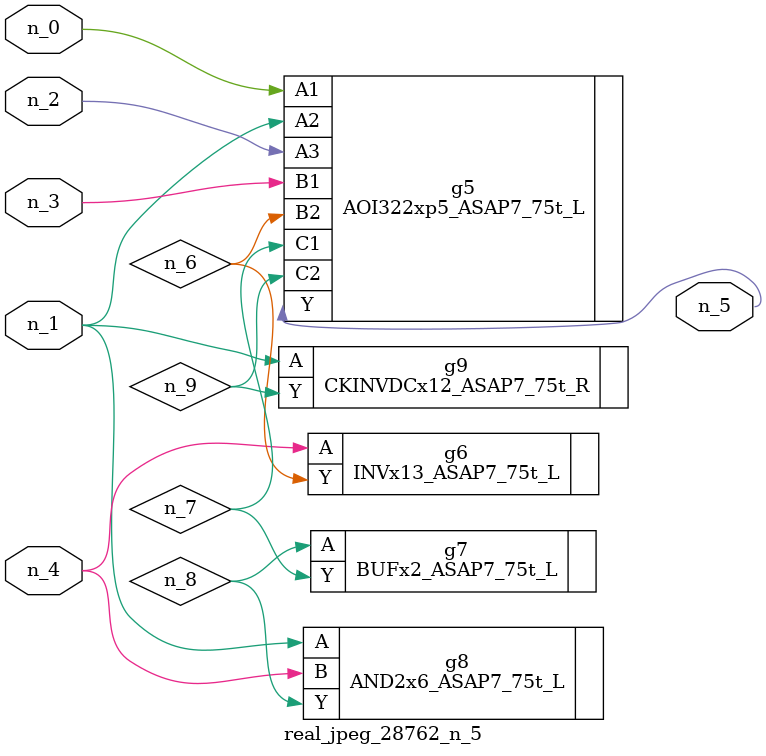
<source format=v>
module real_jpeg_28762_n_5 (n_4, n_0, n_1, n_2, n_3, n_5);

input n_4;
input n_0;
input n_1;
input n_2;
input n_3;

output n_5;

wire n_8;
wire n_6;
wire n_7;
wire n_9;

AOI322xp5_ASAP7_75t_L g5 ( 
.A1(n_0),
.A2(n_1),
.A3(n_2),
.B1(n_3),
.B2(n_6),
.C1(n_7),
.C2(n_9),
.Y(n_5)
);

AND2x6_ASAP7_75t_L g8 ( 
.A(n_1),
.B(n_4),
.Y(n_8)
);

CKINVDCx12_ASAP7_75t_R g9 ( 
.A(n_1),
.Y(n_9)
);

INVx13_ASAP7_75t_L g6 ( 
.A(n_4),
.Y(n_6)
);

BUFx2_ASAP7_75t_L g7 ( 
.A(n_8),
.Y(n_7)
);


endmodule
</source>
